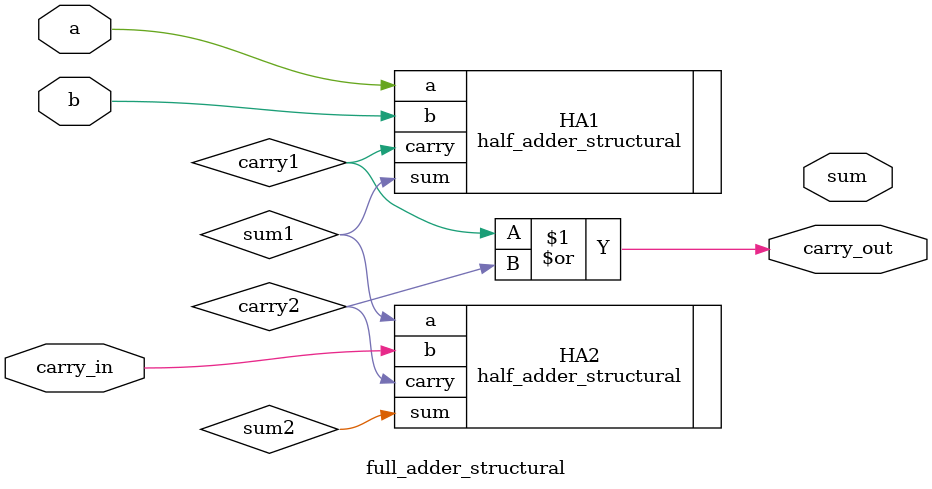
<source format=v>
module full_adder_structural(
	input a,
	input b,
	input carry_in,
	output sum,
	output carry_out
);
	
	//declare nets to connect the half adders - RECAP (Nets represent physical connection between objects and structures)
	wire sum1;
	wire carry1;
	wire carry2;
	
	//Instantiate two half_adder_strctural modules
	half_adder_structural HA1(
		.a(a),
		.b(b),
		.sum(sum1),
		.carry(carry1)
	);
	
	half_adder_structural HA2(
		.a(sum1),
		.b(carry_in),
		.sum(sum2),
		.carry(carry2)
	);
	
	//Use verilog primitive
	//These are fundamental components provided by the Verilog language itself, such as and, nand, or, nor, and not gates. 
	or (carry_out, carry1, carry2);
endmodule
	

</source>
